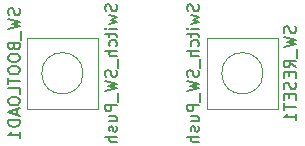
<source format=gbr>
%TF.GenerationSoftware,KiCad,Pcbnew,7.0.1*%
%TF.CreationDate,2023-09-17T14:31:18-07:00*%
%TF.ProjectId,vancouver-skytrain-pcb,76616e63-6f75-4766-9572-2d736b797472,rev?*%
%TF.SameCoordinates,Original*%
%TF.FileFunction,AssemblyDrawing,Bot*%
%FSLAX46Y46*%
G04 Gerber Fmt 4.6, Leading zero omitted, Abs format (unit mm)*
G04 Created by KiCad (PCBNEW 7.0.1) date 2023-09-17 14:31:18*
%MOMM*%
%LPD*%
G01*
G04 APERTURE LIST*
%ADD10C,0.150000*%
%ADD11C,0.100000*%
G04 APERTURE END LIST*
D10*
%TO.C,SW_BOOTLOAD1*%
X271555000Y-158416666D02*
X271602619Y-158559523D01*
X271602619Y-158559523D02*
X271602619Y-158797618D01*
X271602619Y-158797618D02*
X271555000Y-158892856D01*
X271555000Y-158892856D02*
X271507380Y-158940475D01*
X271507380Y-158940475D02*
X271412142Y-158988094D01*
X271412142Y-158988094D02*
X271316904Y-158988094D01*
X271316904Y-158988094D02*
X271221666Y-158940475D01*
X271221666Y-158940475D02*
X271174047Y-158892856D01*
X271174047Y-158892856D02*
X271126428Y-158797618D01*
X271126428Y-158797618D02*
X271078809Y-158607142D01*
X271078809Y-158607142D02*
X271031190Y-158511904D01*
X271031190Y-158511904D02*
X270983571Y-158464285D01*
X270983571Y-158464285D02*
X270888333Y-158416666D01*
X270888333Y-158416666D02*
X270793095Y-158416666D01*
X270793095Y-158416666D02*
X270697857Y-158464285D01*
X270697857Y-158464285D02*
X270650238Y-158511904D01*
X270650238Y-158511904D02*
X270602619Y-158607142D01*
X270602619Y-158607142D02*
X270602619Y-158845237D01*
X270602619Y-158845237D02*
X270650238Y-158988094D01*
X270935952Y-159321428D02*
X271602619Y-159511904D01*
X271602619Y-159511904D02*
X271126428Y-159702380D01*
X271126428Y-159702380D02*
X271602619Y-159892856D01*
X271602619Y-159892856D02*
X270935952Y-160083332D01*
X271602619Y-160464285D02*
X270935952Y-160464285D01*
X270602619Y-160464285D02*
X270650238Y-160416666D01*
X270650238Y-160416666D02*
X270697857Y-160464285D01*
X270697857Y-160464285D02*
X270650238Y-160511904D01*
X270650238Y-160511904D02*
X270602619Y-160464285D01*
X270602619Y-160464285D02*
X270697857Y-160464285D01*
X270935952Y-160797618D02*
X270935952Y-161178570D01*
X270602619Y-160940475D02*
X271459761Y-160940475D01*
X271459761Y-160940475D02*
X271555000Y-160988094D01*
X271555000Y-160988094D02*
X271602619Y-161083332D01*
X271602619Y-161083332D02*
X271602619Y-161178570D01*
X271555000Y-161940475D02*
X271602619Y-161845237D01*
X271602619Y-161845237D02*
X271602619Y-161654761D01*
X271602619Y-161654761D02*
X271555000Y-161559523D01*
X271555000Y-161559523D02*
X271507380Y-161511904D01*
X271507380Y-161511904D02*
X271412142Y-161464285D01*
X271412142Y-161464285D02*
X271126428Y-161464285D01*
X271126428Y-161464285D02*
X271031190Y-161511904D01*
X271031190Y-161511904D02*
X270983571Y-161559523D01*
X270983571Y-161559523D02*
X270935952Y-161654761D01*
X270935952Y-161654761D02*
X270935952Y-161845237D01*
X270935952Y-161845237D02*
X270983571Y-161940475D01*
X271602619Y-162369047D02*
X270602619Y-162369047D01*
X271602619Y-162797618D02*
X271078809Y-162797618D01*
X271078809Y-162797618D02*
X270983571Y-162749999D01*
X270983571Y-162749999D02*
X270935952Y-162654761D01*
X270935952Y-162654761D02*
X270935952Y-162511904D01*
X270935952Y-162511904D02*
X270983571Y-162416666D01*
X270983571Y-162416666D02*
X271031190Y-162369047D01*
X271697857Y-163035714D02*
X271697857Y-163797618D01*
X271555000Y-163988095D02*
X271602619Y-164130952D01*
X271602619Y-164130952D02*
X271602619Y-164369047D01*
X271602619Y-164369047D02*
X271555000Y-164464285D01*
X271555000Y-164464285D02*
X271507380Y-164511904D01*
X271507380Y-164511904D02*
X271412142Y-164559523D01*
X271412142Y-164559523D02*
X271316904Y-164559523D01*
X271316904Y-164559523D02*
X271221666Y-164511904D01*
X271221666Y-164511904D02*
X271174047Y-164464285D01*
X271174047Y-164464285D02*
X271126428Y-164369047D01*
X271126428Y-164369047D02*
X271078809Y-164178571D01*
X271078809Y-164178571D02*
X271031190Y-164083333D01*
X271031190Y-164083333D02*
X270983571Y-164035714D01*
X270983571Y-164035714D02*
X270888333Y-163988095D01*
X270888333Y-163988095D02*
X270793095Y-163988095D01*
X270793095Y-163988095D02*
X270697857Y-164035714D01*
X270697857Y-164035714D02*
X270650238Y-164083333D01*
X270650238Y-164083333D02*
X270602619Y-164178571D01*
X270602619Y-164178571D02*
X270602619Y-164416666D01*
X270602619Y-164416666D02*
X270650238Y-164559523D01*
X270602619Y-164892857D02*
X271602619Y-165130952D01*
X271602619Y-165130952D02*
X270888333Y-165321428D01*
X270888333Y-165321428D02*
X271602619Y-165511904D01*
X271602619Y-165511904D02*
X270602619Y-165750000D01*
X271697857Y-165892857D02*
X271697857Y-166654761D01*
X271602619Y-166892857D02*
X270602619Y-166892857D01*
X270602619Y-166892857D02*
X270602619Y-167273809D01*
X270602619Y-167273809D02*
X270650238Y-167369047D01*
X270650238Y-167369047D02*
X270697857Y-167416666D01*
X270697857Y-167416666D02*
X270793095Y-167464285D01*
X270793095Y-167464285D02*
X270935952Y-167464285D01*
X270935952Y-167464285D02*
X271031190Y-167416666D01*
X271031190Y-167416666D02*
X271078809Y-167369047D01*
X271078809Y-167369047D02*
X271126428Y-167273809D01*
X271126428Y-167273809D02*
X271126428Y-166892857D01*
X270935952Y-168321428D02*
X271602619Y-168321428D01*
X270935952Y-167892857D02*
X271459761Y-167892857D01*
X271459761Y-167892857D02*
X271555000Y-167940476D01*
X271555000Y-167940476D02*
X271602619Y-168035714D01*
X271602619Y-168035714D02*
X271602619Y-168178571D01*
X271602619Y-168178571D02*
X271555000Y-168273809D01*
X271555000Y-168273809D02*
X271507380Y-168321428D01*
X271555000Y-168750000D02*
X271602619Y-168845238D01*
X271602619Y-168845238D02*
X271602619Y-169035714D01*
X271602619Y-169035714D02*
X271555000Y-169130952D01*
X271555000Y-169130952D02*
X271459761Y-169178571D01*
X271459761Y-169178571D02*
X271412142Y-169178571D01*
X271412142Y-169178571D02*
X271316904Y-169130952D01*
X271316904Y-169130952D02*
X271269285Y-169035714D01*
X271269285Y-169035714D02*
X271269285Y-168892857D01*
X271269285Y-168892857D02*
X271221666Y-168797619D01*
X271221666Y-168797619D02*
X271126428Y-168750000D01*
X271126428Y-168750000D02*
X271078809Y-168750000D01*
X271078809Y-168750000D02*
X270983571Y-168797619D01*
X270983571Y-168797619D02*
X270935952Y-168892857D01*
X270935952Y-168892857D02*
X270935952Y-169035714D01*
X270935952Y-169035714D02*
X270983571Y-169130952D01*
X271602619Y-169607143D02*
X270602619Y-169607143D01*
X271602619Y-170035714D02*
X271078809Y-170035714D01*
X271078809Y-170035714D02*
X270983571Y-169988095D01*
X270983571Y-169988095D02*
X270935952Y-169892857D01*
X270935952Y-169892857D02*
X270935952Y-169750000D01*
X270935952Y-169750000D02*
X270983571Y-169654762D01*
X270983571Y-169654762D02*
X271031190Y-169607143D01*
X263355000Y-158750000D02*
X263402619Y-158892857D01*
X263402619Y-158892857D02*
X263402619Y-159130952D01*
X263402619Y-159130952D02*
X263355000Y-159226190D01*
X263355000Y-159226190D02*
X263307380Y-159273809D01*
X263307380Y-159273809D02*
X263212142Y-159321428D01*
X263212142Y-159321428D02*
X263116904Y-159321428D01*
X263116904Y-159321428D02*
X263021666Y-159273809D01*
X263021666Y-159273809D02*
X262974047Y-159226190D01*
X262974047Y-159226190D02*
X262926428Y-159130952D01*
X262926428Y-159130952D02*
X262878809Y-158940476D01*
X262878809Y-158940476D02*
X262831190Y-158845238D01*
X262831190Y-158845238D02*
X262783571Y-158797619D01*
X262783571Y-158797619D02*
X262688333Y-158750000D01*
X262688333Y-158750000D02*
X262593095Y-158750000D01*
X262593095Y-158750000D02*
X262497857Y-158797619D01*
X262497857Y-158797619D02*
X262450238Y-158845238D01*
X262450238Y-158845238D02*
X262402619Y-158940476D01*
X262402619Y-158940476D02*
X262402619Y-159178571D01*
X262402619Y-159178571D02*
X262450238Y-159321428D01*
X262402619Y-159654762D02*
X263402619Y-159892857D01*
X263402619Y-159892857D02*
X262688333Y-160083333D01*
X262688333Y-160083333D02*
X263402619Y-160273809D01*
X263402619Y-160273809D02*
X262402619Y-160511905D01*
X263497857Y-160654762D02*
X263497857Y-161416666D01*
X262878809Y-161988095D02*
X262926428Y-162130952D01*
X262926428Y-162130952D02*
X262974047Y-162178571D01*
X262974047Y-162178571D02*
X263069285Y-162226190D01*
X263069285Y-162226190D02*
X263212142Y-162226190D01*
X263212142Y-162226190D02*
X263307380Y-162178571D01*
X263307380Y-162178571D02*
X263355000Y-162130952D01*
X263355000Y-162130952D02*
X263402619Y-162035714D01*
X263402619Y-162035714D02*
X263402619Y-161654762D01*
X263402619Y-161654762D02*
X262402619Y-161654762D01*
X262402619Y-161654762D02*
X262402619Y-161988095D01*
X262402619Y-161988095D02*
X262450238Y-162083333D01*
X262450238Y-162083333D02*
X262497857Y-162130952D01*
X262497857Y-162130952D02*
X262593095Y-162178571D01*
X262593095Y-162178571D02*
X262688333Y-162178571D01*
X262688333Y-162178571D02*
X262783571Y-162130952D01*
X262783571Y-162130952D02*
X262831190Y-162083333D01*
X262831190Y-162083333D02*
X262878809Y-161988095D01*
X262878809Y-161988095D02*
X262878809Y-161654762D01*
X262402619Y-162845238D02*
X262402619Y-163035714D01*
X262402619Y-163035714D02*
X262450238Y-163130952D01*
X262450238Y-163130952D02*
X262545476Y-163226190D01*
X262545476Y-163226190D02*
X262735952Y-163273809D01*
X262735952Y-163273809D02*
X263069285Y-163273809D01*
X263069285Y-163273809D02*
X263259761Y-163226190D01*
X263259761Y-163226190D02*
X263355000Y-163130952D01*
X263355000Y-163130952D02*
X263402619Y-163035714D01*
X263402619Y-163035714D02*
X263402619Y-162845238D01*
X263402619Y-162845238D02*
X263355000Y-162750000D01*
X263355000Y-162750000D02*
X263259761Y-162654762D01*
X263259761Y-162654762D02*
X263069285Y-162607143D01*
X263069285Y-162607143D02*
X262735952Y-162607143D01*
X262735952Y-162607143D02*
X262545476Y-162654762D01*
X262545476Y-162654762D02*
X262450238Y-162750000D01*
X262450238Y-162750000D02*
X262402619Y-162845238D01*
X262402619Y-163892857D02*
X262402619Y-164083333D01*
X262402619Y-164083333D02*
X262450238Y-164178571D01*
X262450238Y-164178571D02*
X262545476Y-164273809D01*
X262545476Y-164273809D02*
X262735952Y-164321428D01*
X262735952Y-164321428D02*
X263069285Y-164321428D01*
X263069285Y-164321428D02*
X263259761Y-164273809D01*
X263259761Y-164273809D02*
X263355000Y-164178571D01*
X263355000Y-164178571D02*
X263402619Y-164083333D01*
X263402619Y-164083333D02*
X263402619Y-163892857D01*
X263402619Y-163892857D02*
X263355000Y-163797619D01*
X263355000Y-163797619D02*
X263259761Y-163702381D01*
X263259761Y-163702381D02*
X263069285Y-163654762D01*
X263069285Y-163654762D02*
X262735952Y-163654762D01*
X262735952Y-163654762D02*
X262545476Y-163702381D01*
X262545476Y-163702381D02*
X262450238Y-163797619D01*
X262450238Y-163797619D02*
X262402619Y-163892857D01*
X262402619Y-164607143D02*
X262402619Y-165178571D01*
X263402619Y-164892857D02*
X262402619Y-164892857D01*
X263402619Y-165988095D02*
X263402619Y-165511905D01*
X263402619Y-165511905D02*
X262402619Y-165511905D01*
X262402619Y-166511905D02*
X262402619Y-166702381D01*
X262402619Y-166702381D02*
X262450238Y-166797619D01*
X262450238Y-166797619D02*
X262545476Y-166892857D01*
X262545476Y-166892857D02*
X262735952Y-166940476D01*
X262735952Y-166940476D02*
X263069285Y-166940476D01*
X263069285Y-166940476D02*
X263259761Y-166892857D01*
X263259761Y-166892857D02*
X263355000Y-166797619D01*
X263355000Y-166797619D02*
X263402619Y-166702381D01*
X263402619Y-166702381D02*
X263402619Y-166511905D01*
X263402619Y-166511905D02*
X263355000Y-166416667D01*
X263355000Y-166416667D02*
X263259761Y-166321429D01*
X263259761Y-166321429D02*
X263069285Y-166273810D01*
X263069285Y-166273810D02*
X262735952Y-166273810D01*
X262735952Y-166273810D02*
X262545476Y-166321429D01*
X262545476Y-166321429D02*
X262450238Y-166416667D01*
X262450238Y-166416667D02*
X262402619Y-166511905D01*
X263116904Y-167321429D02*
X263116904Y-167797619D01*
X263402619Y-167226191D02*
X262402619Y-167559524D01*
X262402619Y-167559524D02*
X263402619Y-167892857D01*
X263402619Y-168226191D02*
X262402619Y-168226191D01*
X262402619Y-168226191D02*
X262402619Y-168464286D01*
X262402619Y-168464286D02*
X262450238Y-168607143D01*
X262450238Y-168607143D02*
X262545476Y-168702381D01*
X262545476Y-168702381D02*
X262640714Y-168750000D01*
X262640714Y-168750000D02*
X262831190Y-168797619D01*
X262831190Y-168797619D02*
X262974047Y-168797619D01*
X262974047Y-168797619D02*
X263164523Y-168750000D01*
X263164523Y-168750000D02*
X263259761Y-168702381D01*
X263259761Y-168702381D02*
X263355000Y-168607143D01*
X263355000Y-168607143D02*
X263402619Y-168464286D01*
X263402619Y-168464286D02*
X263402619Y-168226191D01*
X263402619Y-169750000D02*
X263402619Y-169178572D01*
X263402619Y-169464286D02*
X262402619Y-169464286D01*
X262402619Y-169464286D02*
X262545476Y-169369048D01*
X262545476Y-169369048D02*
X262640714Y-169273810D01*
X262640714Y-169273810D02*
X262688333Y-169178572D01*
%TO.C,SW_RESET1*%
X278495000Y-158416666D02*
X278542619Y-158559523D01*
X278542619Y-158559523D02*
X278542619Y-158797618D01*
X278542619Y-158797618D02*
X278495000Y-158892856D01*
X278495000Y-158892856D02*
X278447380Y-158940475D01*
X278447380Y-158940475D02*
X278352142Y-158988094D01*
X278352142Y-158988094D02*
X278256904Y-158988094D01*
X278256904Y-158988094D02*
X278161666Y-158940475D01*
X278161666Y-158940475D02*
X278114047Y-158892856D01*
X278114047Y-158892856D02*
X278066428Y-158797618D01*
X278066428Y-158797618D02*
X278018809Y-158607142D01*
X278018809Y-158607142D02*
X277971190Y-158511904D01*
X277971190Y-158511904D02*
X277923571Y-158464285D01*
X277923571Y-158464285D02*
X277828333Y-158416666D01*
X277828333Y-158416666D02*
X277733095Y-158416666D01*
X277733095Y-158416666D02*
X277637857Y-158464285D01*
X277637857Y-158464285D02*
X277590238Y-158511904D01*
X277590238Y-158511904D02*
X277542619Y-158607142D01*
X277542619Y-158607142D02*
X277542619Y-158845237D01*
X277542619Y-158845237D02*
X277590238Y-158988094D01*
X277875952Y-159321428D02*
X278542619Y-159511904D01*
X278542619Y-159511904D02*
X278066428Y-159702380D01*
X278066428Y-159702380D02*
X278542619Y-159892856D01*
X278542619Y-159892856D02*
X277875952Y-160083332D01*
X278542619Y-160464285D02*
X277875952Y-160464285D01*
X277542619Y-160464285D02*
X277590238Y-160416666D01*
X277590238Y-160416666D02*
X277637857Y-160464285D01*
X277637857Y-160464285D02*
X277590238Y-160511904D01*
X277590238Y-160511904D02*
X277542619Y-160464285D01*
X277542619Y-160464285D02*
X277637857Y-160464285D01*
X277875952Y-160797618D02*
X277875952Y-161178570D01*
X277542619Y-160940475D02*
X278399761Y-160940475D01*
X278399761Y-160940475D02*
X278495000Y-160988094D01*
X278495000Y-160988094D02*
X278542619Y-161083332D01*
X278542619Y-161083332D02*
X278542619Y-161178570D01*
X278495000Y-161940475D02*
X278542619Y-161845237D01*
X278542619Y-161845237D02*
X278542619Y-161654761D01*
X278542619Y-161654761D02*
X278495000Y-161559523D01*
X278495000Y-161559523D02*
X278447380Y-161511904D01*
X278447380Y-161511904D02*
X278352142Y-161464285D01*
X278352142Y-161464285D02*
X278066428Y-161464285D01*
X278066428Y-161464285D02*
X277971190Y-161511904D01*
X277971190Y-161511904D02*
X277923571Y-161559523D01*
X277923571Y-161559523D02*
X277875952Y-161654761D01*
X277875952Y-161654761D02*
X277875952Y-161845237D01*
X277875952Y-161845237D02*
X277923571Y-161940475D01*
X278542619Y-162369047D02*
X277542619Y-162369047D01*
X278542619Y-162797618D02*
X278018809Y-162797618D01*
X278018809Y-162797618D02*
X277923571Y-162749999D01*
X277923571Y-162749999D02*
X277875952Y-162654761D01*
X277875952Y-162654761D02*
X277875952Y-162511904D01*
X277875952Y-162511904D02*
X277923571Y-162416666D01*
X277923571Y-162416666D02*
X277971190Y-162369047D01*
X278637857Y-163035714D02*
X278637857Y-163797618D01*
X278495000Y-163988095D02*
X278542619Y-164130952D01*
X278542619Y-164130952D02*
X278542619Y-164369047D01*
X278542619Y-164369047D02*
X278495000Y-164464285D01*
X278495000Y-164464285D02*
X278447380Y-164511904D01*
X278447380Y-164511904D02*
X278352142Y-164559523D01*
X278352142Y-164559523D02*
X278256904Y-164559523D01*
X278256904Y-164559523D02*
X278161666Y-164511904D01*
X278161666Y-164511904D02*
X278114047Y-164464285D01*
X278114047Y-164464285D02*
X278066428Y-164369047D01*
X278066428Y-164369047D02*
X278018809Y-164178571D01*
X278018809Y-164178571D02*
X277971190Y-164083333D01*
X277971190Y-164083333D02*
X277923571Y-164035714D01*
X277923571Y-164035714D02*
X277828333Y-163988095D01*
X277828333Y-163988095D02*
X277733095Y-163988095D01*
X277733095Y-163988095D02*
X277637857Y-164035714D01*
X277637857Y-164035714D02*
X277590238Y-164083333D01*
X277590238Y-164083333D02*
X277542619Y-164178571D01*
X277542619Y-164178571D02*
X277542619Y-164416666D01*
X277542619Y-164416666D02*
X277590238Y-164559523D01*
X277542619Y-164892857D02*
X278542619Y-165130952D01*
X278542619Y-165130952D02*
X277828333Y-165321428D01*
X277828333Y-165321428D02*
X278542619Y-165511904D01*
X278542619Y-165511904D02*
X277542619Y-165750000D01*
X278637857Y-165892857D02*
X278637857Y-166654761D01*
X278542619Y-166892857D02*
X277542619Y-166892857D01*
X277542619Y-166892857D02*
X277542619Y-167273809D01*
X277542619Y-167273809D02*
X277590238Y-167369047D01*
X277590238Y-167369047D02*
X277637857Y-167416666D01*
X277637857Y-167416666D02*
X277733095Y-167464285D01*
X277733095Y-167464285D02*
X277875952Y-167464285D01*
X277875952Y-167464285D02*
X277971190Y-167416666D01*
X277971190Y-167416666D02*
X278018809Y-167369047D01*
X278018809Y-167369047D02*
X278066428Y-167273809D01*
X278066428Y-167273809D02*
X278066428Y-166892857D01*
X277875952Y-168321428D02*
X278542619Y-168321428D01*
X277875952Y-167892857D02*
X278399761Y-167892857D01*
X278399761Y-167892857D02*
X278495000Y-167940476D01*
X278495000Y-167940476D02*
X278542619Y-168035714D01*
X278542619Y-168035714D02*
X278542619Y-168178571D01*
X278542619Y-168178571D02*
X278495000Y-168273809D01*
X278495000Y-168273809D02*
X278447380Y-168321428D01*
X278495000Y-168750000D02*
X278542619Y-168845238D01*
X278542619Y-168845238D02*
X278542619Y-169035714D01*
X278542619Y-169035714D02*
X278495000Y-169130952D01*
X278495000Y-169130952D02*
X278399761Y-169178571D01*
X278399761Y-169178571D02*
X278352142Y-169178571D01*
X278352142Y-169178571D02*
X278256904Y-169130952D01*
X278256904Y-169130952D02*
X278209285Y-169035714D01*
X278209285Y-169035714D02*
X278209285Y-168892857D01*
X278209285Y-168892857D02*
X278161666Y-168797619D01*
X278161666Y-168797619D02*
X278066428Y-168750000D01*
X278066428Y-168750000D02*
X278018809Y-168750000D01*
X278018809Y-168750000D02*
X277923571Y-168797619D01*
X277923571Y-168797619D02*
X277875952Y-168892857D01*
X277875952Y-168892857D02*
X277875952Y-169035714D01*
X277875952Y-169035714D02*
X277923571Y-169130952D01*
X278542619Y-169607143D02*
X277542619Y-169607143D01*
X278542619Y-170035714D02*
X278018809Y-170035714D01*
X278018809Y-170035714D02*
X277923571Y-169988095D01*
X277923571Y-169988095D02*
X277875952Y-169892857D01*
X277875952Y-169892857D02*
X277875952Y-169750000D01*
X277875952Y-169750000D02*
X277923571Y-169654762D01*
X277923571Y-169654762D02*
X277971190Y-169607143D01*
X286695000Y-160273809D02*
X286742619Y-160416666D01*
X286742619Y-160416666D02*
X286742619Y-160654761D01*
X286742619Y-160654761D02*
X286695000Y-160749999D01*
X286695000Y-160749999D02*
X286647380Y-160797618D01*
X286647380Y-160797618D02*
X286552142Y-160845237D01*
X286552142Y-160845237D02*
X286456904Y-160845237D01*
X286456904Y-160845237D02*
X286361666Y-160797618D01*
X286361666Y-160797618D02*
X286314047Y-160749999D01*
X286314047Y-160749999D02*
X286266428Y-160654761D01*
X286266428Y-160654761D02*
X286218809Y-160464285D01*
X286218809Y-160464285D02*
X286171190Y-160369047D01*
X286171190Y-160369047D02*
X286123571Y-160321428D01*
X286123571Y-160321428D02*
X286028333Y-160273809D01*
X286028333Y-160273809D02*
X285933095Y-160273809D01*
X285933095Y-160273809D02*
X285837857Y-160321428D01*
X285837857Y-160321428D02*
X285790238Y-160369047D01*
X285790238Y-160369047D02*
X285742619Y-160464285D01*
X285742619Y-160464285D02*
X285742619Y-160702380D01*
X285742619Y-160702380D02*
X285790238Y-160845237D01*
X285742619Y-161178571D02*
X286742619Y-161416666D01*
X286742619Y-161416666D02*
X286028333Y-161607142D01*
X286028333Y-161607142D02*
X286742619Y-161797618D01*
X286742619Y-161797618D02*
X285742619Y-162035714D01*
X286837857Y-162178571D02*
X286837857Y-162940475D01*
X286742619Y-163749999D02*
X286266428Y-163416666D01*
X286742619Y-163178571D02*
X285742619Y-163178571D01*
X285742619Y-163178571D02*
X285742619Y-163559523D01*
X285742619Y-163559523D02*
X285790238Y-163654761D01*
X285790238Y-163654761D02*
X285837857Y-163702380D01*
X285837857Y-163702380D02*
X285933095Y-163749999D01*
X285933095Y-163749999D02*
X286075952Y-163749999D01*
X286075952Y-163749999D02*
X286171190Y-163702380D01*
X286171190Y-163702380D02*
X286218809Y-163654761D01*
X286218809Y-163654761D02*
X286266428Y-163559523D01*
X286266428Y-163559523D02*
X286266428Y-163178571D01*
X286218809Y-164178571D02*
X286218809Y-164511904D01*
X286742619Y-164654761D02*
X286742619Y-164178571D01*
X286742619Y-164178571D02*
X285742619Y-164178571D01*
X285742619Y-164178571D02*
X285742619Y-164654761D01*
X286695000Y-165035714D02*
X286742619Y-165178571D01*
X286742619Y-165178571D02*
X286742619Y-165416666D01*
X286742619Y-165416666D02*
X286695000Y-165511904D01*
X286695000Y-165511904D02*
X286647380Y-165559523D01*
X286647380Y-165559523D02*
X286552142Y-165607142D01*
X286552142Y-165607142D02*
X286456904Y-165607142D01*
X286456904Y-165607142D02*
X286361666Y-165559523D01*
X286361666Y-165559523D02*
X286314047Y-165511904D01*
X286314047Y-165511904D02*
X286266428Y-165416666D01*
X286266428Y-165416666D02*
X286218809Y-165226190D01*
X286218809Y-165226190D02*
X286171190Y-165130952D01*
X286171190Y-165130952D02*
X286123571Y-165083333D01*
X286123571Y-165083333D02*
X286028333Y-165035714D01*
X286028333Y-165035714D02*
X285933095Y-165035714D01*
X285933095Y-165035714D02*
X285837857Y-165083333D01*
X285837857Y-165083333D02*
X285790238Y-165130952D01*
X285790238Y-165130952D02*
X285742619Y-165226190D01*
X285742619Y-165226190D02*
X285742619Y-165464285D01*
X285742619Y-165464285D02*
X285790238Y-165607142D01*
X286218809Y-166035714D02*
X286218809Y-166369047D01*
X286742619Y-166511904D02*
X286742619Y-166035714D01*
X286742619Y-166035714D02*
X285742619Y-166035714D01*
X285742619Y-166035714D02*
X285742619Y-166511904D01*
X285742619Y-166797619D02*
X285742619Y-167369047D01*
X286742619Y-167083333D02*
X285742619Y-167083333D01*
X286742619Y-168226190D02*
X286742619Y-167654762D01*
X286742619Y-167940476D02*
X285742619Y-167940476D01*
X285742619Y-167940476D02*
X285885476Y-167845238D01*
X285885476Y-167845238D02*
X285980714Y-167750000D01*
X285980714Y-167750000D02*
X286028333Y-167654762D01*
D11*
%TO.C,SW_BOOTLOAD1*%
X269990000Y-161250000D02*
X269990000Y-167250000D01*
X263990000Y-161250000D02*
X269990000Y-161250000D01*
X269990000Y-167250000D02*
X263990000Y-167250000D01*
X263990000Y-167250000D02*
X263990000Y-161250000D01*
X268740714Y-164250000D02*
G75*
G03*
X268740714Y-164250000I-1750714J0D01*
G01*
%TO.C,SW_RESET1*%
X279230000Y-167250000D02*
X279230000Y-161250000D01*
X285230000Y-167250000D02*
X279230000Y-167250000D01*
X279230000Y-161250000D02*
X285230000Y-161250000D01*
X285230000Y-161250000D02*
X285230000Y-167250000D01*
X283980714Y-164250000D02*
G75*
G03*
X283980714Y-164250000I-1750714J0D01*
G01*
%TD*%
M02*

</source>
